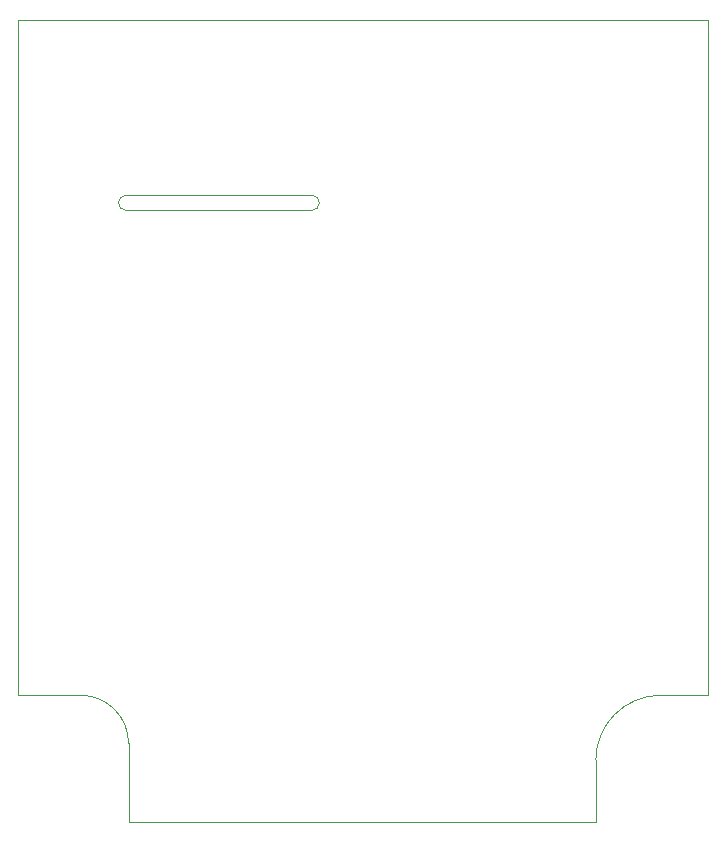
<source format=gm1>
G04 #@! TF.GenerationSoftware,KiCad,Pcbnew,(5.1.10-1-10_14)*
G04 #@! TF.CreationDate,2021-07-31T12:24:41+02:00*
G04 #@! TF.ProjectId,PowerAnalyzer_ACS71020,506f7765-7241-46e6-916c-797a65725f41,2.1*
G04 #@! TF.SameCoordinates,Original*
G04 #@! TF.FileFunction,Profile,NP*
%FSLAX46Y46*%
G04 Gerber Fmt 4.6, Leading zero omitted, Abs format (unit mm)*
G04 Created by KiCad (PCBNEW (5.1.10-1-10_14)) date 2021-07-31 12:24:41*
%MOMM*%
%LPD*%
G01*
G04 APERTURE LIST*
G04 #@! TA.AperFunction,Profile*
%ADD10C,0.050000*%
G04 #@! TD*
G04 APERTURE END LIST*
D10*
X71882000Y-177800000D02*
G75*
G02*
X75946000Y-181864000I0J-4064000D01*
G01*
X75946000Y-185000000D02*
X75946000Y-181864000D01*
X121000000Y-177800000D02*
X125000000Y-177800000D01*
X121000000Y-177800000D02*
G75*
G03*
X115500000Y-183300000I0J-5500000D01*
G01*
X115500000Y-188500000D02*
X115500000Y-183300000D01*
X71882000Y-177800000D02*
X66548000Y-177800000D01*
X75946000Y-188500000D02*
X75946000Y-185000000D01*
X66548000Y-120650000D02*
X66548000Y-177800000D01*
X125000000Y-120650000D02*
X66548000Y-120650000D01*
X125000000Y-177800000D02*
X125000000Y-120650000D01*
X75946000Y-188500000D02*
X115500000Y-188500000D01*
X75728000Y-136740000D02*
G75*
G02*
X75728000Y-135470000I0J635000D01*
G01*
X91478000Y-135470000D02*
G75*
G02*
X92113000Y-136105000I0J-635000D01*
G01*
X92113000Y-136105000D02*
G75*
G02*
X91478000Y-136740000I-635000J0D01*
G01*
X91478000Y-136740000D02*
X75728000Y-136740000D01*
X91478000Y-135470000D02*
X75728000Y-135470000D01*
M02*

</source>
